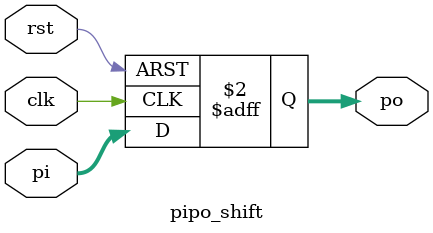
<source format=v>
`timescale 1ns / 1ps


module pipo_shift(input clk,rst,
                  input [3:0]pi,
                  output  reg [3:0]po);
always @(posedge clk or posedge rst)begin
    if(rst)begin
    po<=4'b0000;
    end
    else begin
    po<=pi;
    end
  end  
    
endmodule

</source>
